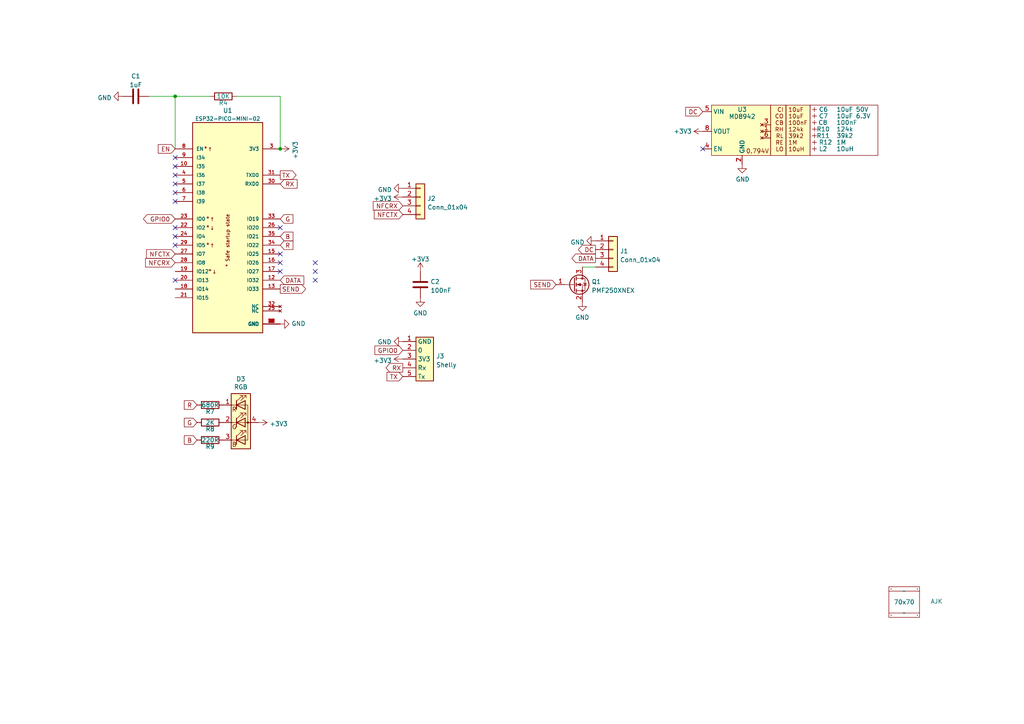
<source format=kicad_sch>
(kicad_sch (version 20230121) (generator eeschema)
  (paper "A4")
  (title_block (title "M-125 control") (date "${DATE}") (rev "1") (comment 1 "@TheRealRevK") (comment 2 "www.me.uk"))
  (lib_symbols
    (symbol "Connector_Generic:Conn_01x04" (pin_names (offset 1.016) hide)
      (property "Reference" "J" (at 0 5.08 0))
      (property "Value" "Conn_01x04" (at 0 -7.62 0))
      (symbol "Conn_01x04_1_1"
        (rectangle (start -1.27 -4.953) (end 0 -5.207) (stroke (width 0.1524)))
        (rectangle (start -1.27 -2.413) (end 0 -2.667) (stroke (width 0.1524)))
        (rectangle (start -1.27 0.127) (end 0 -0.127) (stroke (width 0.1524)))
        (rectangle (start -1.27 2.667) (end 0 2.413) (stroke (width 0.1524)))
        (rectangle (start -1.27 3.81) (end 1.27 -6.35) (stroke (width 0.254)) (fill (type background)))
        (pin passive line (at -5.08 2.54 0) (length 3.81) (name "Pin_1") (number "1"))
        (pin passive line (at -5.08 0 0) (length 3.81) (name "Pin_2") (number "2"))
        (pin passive line (at -5.08 -2.54 0) (length 3.81) (name "Pin_3") (number "3"))
        (pin passive line (at -5.08 -5.08 0) (length 3.81) (name "Pin_4") (number "4"))
      )
    )
    (symbol "Device:C" (pin_numbers hide) (pin_names (offset 0.254))
      (property "Reference" "C" (at 0.635 2.54 0))
      (property "Value" "C" (at 0.635 -2.54 0))
      (symbol "C_0_1"
        (polyline (pts (xy -2.032 -0.762) (xy 2.032 -0.762)) (stroke (width 0.508)))
        (polyline (pts (xy -2.032 0.762) (xy 2.032 0.762)) (stroke (width 0.508)))
      )
      (symbol "C_1_1"
        (pin passive line (at 0 3.81 270) (length 2.794) (name "~") (number "1"))
        (pin passive line (at 0 -3.81 90) (length 2.794) (name "~") (number "2"))
      )
    )
    (symbol "Device:LED_RGBA" (pin_names (offset 0) hide)
      (property "Reference" "D" (at 0 9.398 0))
      (property "Value" "LED_RGBA" (at 0 -8.89 0))
      (symbol "LED_RGBA_0_0"
        (text "B" (at -1.905 -6.35 0) (effects (font (size 1.27 1.27))))
        (text "G" (at -1.905 -1.27 0) (effects (font (size 1.27 1.27))))
        (text "R" (at -1.905 3.81 0) (effects (font (size 1.27 1.27))))
      )
      (symbol "LED_RGBA_0_1"
        (polyline (pts (xy -1.27 -5.08) (xy -2.54 -5.08)))
        (polyline (pts (xy -1.27 -5.08) (xy 1.27 -5.08)))
        (polyline (pts (xy -1.27 -3.81) (xy -1.27 -6.35)) (stroke (width 0.254)))
        (polyline (pts (xy -1.27 0) (xy -2.54 0)))
        (polyline (pts (xy -1.27 1.27) (xy -1.27 -1.27)) (stroke (width 0.254)))
        (polyline (pts (xy -1.27 5.08) (xy -2.54 5.08)))
        (polyline (pts (xy -1.27 5.08) (xy 1.27 5.08)))
        (polyline (pts (xy -1.27 6.35) (xy -1.27 3.81)) (stroke (width 0.254)))
        (polyline (pts (xy 1.27 0) (xy -1.27 0)))
        (polyline (pts (xy 1.27 0) (xy 2.54 0)))
        (polyline (pts (xy -1.27 1.27) (xy -1.27 -1.27) (xy -1.27 -1.27)))
        (polyline (pts (xy -1.27 6.35) (xy -1.27 3.81) (xy -1.27 3.81)))
        (polyline (pts (xy 1.27 -5.08) (xy 2.032 -5.08) (xy 2.032 5.08) (xy 1.27 5.08)))
        (polyline (pts (xy 1.27 -3.81) (xy 1.27 -6.35) (xy -1.27 -5.08) (xy 1.27 -3.81)) (stroke (width 0.254)))
        (polyline (pts (xy 1.27 1.27) (xy 1.27 -1.27) (xy -1.27 0) (xy 1.27 1.27)) (stroke (width 0.254)))
        (polyline (pts (xy 1.27 6.35) (xy 1.27 3.81) (xy -1.27 5.08) (xy 1.27 6.35)) (stroke (width 0.254)))
        (polyline (pts (xy -1.016 -3.81) (xy 0.508 -2.286) (xy -0.254 -2.286) (xy 0.508 -2.286) (xy 0.508 -3.048)))
        (polyline (pts (xy -1.016 1.27) (xy 0.508 2.794) (xy -0.254 2.794) (xy 0.508 2.794) (xy 0.508 2.032)))
        (polyline (pts (xy -1.016 6.35) (xy 0.508 7.874) (xy -0.254 7.874) (xy 0.508 7.874) (xy 0.508 7.112)))
        (polyline (pts (xy 0 -3.81) (xy 1.524 -2.286) (xy 0.762 -2.286) (xy 1.524 -2.286) (xy 1.524 -3.048)))
        (polyline (pts (xy 0 1.27) (xy 1.524 2.794) (xy 0.762 2.794) (xy 1.524 2.794) (xy 1.524 2.032)))
        (polyline (pts (xy 0 6.35) (xy 1.524 7.874) (xy 0.762 7.874) (xy 1.524 7.874) (xy 1.524 7.112)))
        (rectangle (start 1.27 -1.27) (end 1.27 1.27))
        (rectangle (start 1.27 1.27) (end 1.27 1.27))
        (rectangle (start 1.27 3.81) (end 1.27 6.35))
        (rectangle (start 1.27 6.35) (end 1.27 6.35))
        (circle (center 2.032 0) (radius 0.254) (fill (type outline)))
        (rectangle (start 2.794 8.382) (end -2.794 -7.62) (stroke (width 0.254)) (fill (type background)))
      )
      (symbol "LED_RGBA_1_1"
        (pin passive line (at -5.08 5.08 0) (length 2.54) (name "RK") (number "1"))
        (pin passive line (at -5.08 0 0) (length 2.54) (name "GK") (number "2"))
        (pin passive line (at -5.08 -5.08 0) (length 2.54) (name "BK") (number "3"))
        (pin passive line (at 5.08 0 180) (length 2.54) (name "A") (number "4"))
      )
    )
    (symbol "Device:R" (pin_numbers hide) (pin_names (offset 0))
      (property "Reference" "R" (at 2.032 0 90))
      (property "Value" "R" (at 0 0 90))
      (symbol "R_0_1"
        (rectangle (start -1.016 -2.54) (end 1.016 2.54) (stroke (width 0.254)))
      )
      (symbol "R_1_1"
        (pin passive line (at 0 3.81 270) (length 1.27) (name "~") (number "1"))
        (pin passive line (at 0 -3.81 90) (length 1.27) (name "~") (number "2"))
      )
    )
    (symbol "RevK:AJK" (pin_names (offset 1.016)) (in_bom no)
      (property "Value" "AJK" (at 0 0 0))
    )
    (symbol "RevK:ESP32-PICO-MINI-02" (pin_names (offset 1.016))
      (property "Reference" "U" (at -10.16 -33.02 0))
      (property "Value" "ESP32-PICO-MINI-02" (at 0 27.94 0))
      (symbol "ESP32-PICO-MINI-02_0_0"
        (rectangle (start -10.16 -30.48) (end 10.16 30.48) (stroke (width 0.254)) (fill (type background)))
        (text "* Safe startup state" (at 0 -11.43 900) (effects (font (size 1 1)) (justify left)))
        (text "*↑" (at -6.985 22.86 0) (effects (font (size 1.27 1.27)) (justify left)))
        (text "*↑" (at -6.35 -5.08 0) (effects (font (size 1.27 1.27)) (justify left)))
        (text "*↑" (at -6.35 2.54 0) (effects (font (size 1.27 1.27)) (justify left)))
        (text "*↓" (at -6.35 0 0) (effects (font (size 1.27 1.27)) (justify left)))
        (text "*↓" (at -5.715 -12.7 0) (effects (font (size 1.27 1.27)) (justify left)))
        (pin power_in line (at 15.24 -27.94 180) (length 5.08) (name "GND") (number "1"))
        (pin input line (at -15.24 17.78 0) (length 5.08) (name "I35") (number "10"))
        (pin power_in line (at 15.24 -27.94 180) (length 5.08) (name "GND") (number "11"))
        (pin bidirectional line (at 15.24 -15.24 180) (length 5.08) (name "IO32") (number "12"))
        (pin bidirectional line (at 15.24 -17.78 180) (length 5.08) (name "IO33") (number "13"))
        (pin power_in line (at 15.24 -27.94 180) (length 5.08) (name "GND") (number "14"))
        (pin bidirectional line (at 15.24 -7.62 180) (length 5.08) (name "IO25") (number "15"))
        (pin bidirectional line (at 15.24 -10.16 180) (length 5.08) (name "IO26") (number "16"))
        (pin bidirectional line (at 15.24 -12.7 180) (length 5.08) (name "IO27") (number "17"))
        (pin bidirectional line (at -15.24 -17.78 0) (length 5.08) (name "IO14") (number "18"))
        (pin bidirectional line (at -15.24 -12.7 0) (length 5.08) (name "IO12") (number "19"))
        (pin power_in line (at 15.24 -27.94 180) (length 5.08) (name "GND") (number "2"))
        (pin bidirectional line (at -15.24 -15.24 0) (length 5.08) (name "IO13") (number "20"))
        (pin bidirectional line (at -15.24 -20.32 0) (length 5.08) (name "IO15") (number "21"))
        (pin bidirectional line (at -15.24 0 0) (length 5.08) (name "IO2") (number "22"))
        (pin bidirectional line (at -15.24 2.54 0) (length 5.08) (name "IO0") (number "23"))
        (pin bidirectional line (at -15.24 -2.54 0) (length 5.08) (name "IO4") (number "24"))
        (pin no_connect line (at 15.24 -24.13 180) (length 5.08) (name "NC") (number "25"))
        (pin bidirectional line (at 15.24 0 180) (length 5.08) (name "IO20") (number "26"))
        (pin bidirectional line (at -15.24 -7.62 0) (length 5.08) (name "IO7") (number "27"))
        (pin bidirectional line (at -15.24 -10.16 0) (length 5.08) (name "IO8") (number "28"))
        (pin bidirectional line (at -15.24 -5.08 0) (length 5.08) (name "IO5") (number "29"))
        (pin power_in line (at 15.24 22.86 180) (length 5.08) (name "3V3") (number "3"))
        (pin bidirectional line (at 15.24 12.7 180) (length 5.08) (name "RXD0") (number "30"))
        (pin bidirectional line (at 15.24 15.24 180) (length 5.08) (name "TXD0") (number "31"))
        (pin no_connect line (at 15.24 -22.86 180) (length 5.08) (name "NC") (number "32"))
        (pin bidirectional line (at 15.24 2.54 180) (length 5.08) (name "IO19") (number "33"))
        (pin bidirectional line (at 15.24 -5.08 180) (length 5.08) (name "IO22") (number "34"))
        (pin bidirectional line (at 15.24 -2.54 180) (length 5.08) (name "IO21") (number "35"))
        (pin power_in line (at 15.24 -27.94 180) (length 5.08) (name "GND") (number "36"))
        (pin power_in line (at 15.24 -27.94 180) (length 5.08) (name "GND") (number "37"))
        (pin power_in line (at 15.24 -27.94 180) (length 5.08) (name "GND") (number "38"))
        (pin power_in line (at 15.24 -27.94 180) (length 5.08) (name "GND") (number "39"))
        (pin input line (at -15.24 15.24 0) (length 5.08) (name "I36") (number "4"))
        (pin power_in line (at 15.24 -27.94 180) (length 5.08) (name "GND") (number "40"))
        (pin power_in line (at 15.24 -27.94 180) (length 5.08) (name "GND") (number "41"))
        (pin power_in line (at 15.24 -27.94 180) (length 5.08) (name "GND") (number "42"))
        (pin power_in line (at 15.24 -27.94 180) (length 5.08) (name "GND") (number "43"))
        (pin power_in line (at 15.24 -27.94 180) (length 5.08) (name "GND") (number "44"))
        (pin power_in line (at 15.24 -27.94 180) (length 5.08) (name "GND") (number "45"))
        (pin power_in line (at 15.24 -27.94 180) (length 5.08) (name "GND") (number "46"))
        (pin power_in line (at 15.24 -27.94 180) (length 5.08) (name "GND") (number "47"))
        (pin power_in line (at 15.24 -27.94 180) (length 5.08) (name "GND") (number "48"))
        (pin power_in line (at 15.24 -27.94 180) (length 5.08) (name "GND") (number "49"))
        (pin input line (at -15.24 12.7 0) (length 5.08) (name "I37") (number "5"))
        (pin power_in line (at 15.24 -27.94 180) (length 5.08) (name "GND") (number "50"))
        (pin power_in line (at 15.24 -27.94 180) (length 5.08) (name "GND") (number "51"))
        (pin power_in line (at 15.24 -27.94 180) (length 5.08) (name "GND") (number "52"))
        (pin power_in line (at 15.24 -27.94 180) (length 5.08) (name "GND") (number "53"))
        (pin input line (at -15.24 10.16 0) (length 5.08) (name "I38") (number "6"))
        (pin input line (at -15.24 7.62 0) (length 5.08) (name "I39") (number "7"))
        (pin input line (at -15.24 22.86 0) (length 5.08) (name "EN") (number "8"))
        (pin input line (at -15.24 20.32 0) (length 5.08) (name "I34") (number "9"))
      )
    )
    (symbol "RevK:Hidden" (pin_names (offset 1.016))
      (property "Reference" "Z" (at 0.635 0 0))
      (property "Value" "Hidden" (at 4.445 0 0))
      (symbol "Hidden_0_1"
        (polyline (pts (xy -0.635 0) (xy 0.635 0)) (stroke (width 0.1524)))
        (polyline (pts (xy 0 0.635) (xy 0 -0.635)) (stroke (width 0.1524)))
      )
      (symbol "Hidden_1_1"
        (pin no_connect non_logic (at 0 -2.54 90) (length 2.54) hide (name "~") (number "~"))
      )
    )
    (symbol "RevK:MD89420-RegBlock"
      (property "Reference" "U" (at -0.635 4.445 0))
      (property "Value" "MD8942" (at 0 6.35 0))
      (symbol "MD89420-RegBlock_1_1"
        (rectangle (start -8.89 7.62) (end 8.255 -6.985) (fill (type background)))
        (rectangle (start 8.255 7.62) (end 12.7 -6.985) (fill (type background)))
        (rectangle (start 12.7 7.62) (end 19.685 -6.985) (fill (type background)))
        (rectangle (start 19.685 7.62) (end 39.37 -6.985))
        (text "0.794V" (at 4.445 -5.715 0) (effects (font (size 1.27 1.27))))
        (text "10uF\n10uF\n100nF\n124k\n39k2\n1M\n10uH" (at 13.335 6.985 0) (effects (font (size 1.185 1.185)) (justify left top)))
        (text "CI\nCO\nCB\nRH\nRL\nRE\nLO" (at 12.065 6.985 0) (effects (font (size 1.185 1.185)) (justify right top)))
        (pin no_connect line (at 5.715 0 0) (length 2.54) (name "") (number "1"))
        (pin power_in line (at 0 -9.525 90) (length 2.54) (name "GND") (number "2"))
        (pin no_connect line (at 5.715 1.905 0) (length 2.54) (name "") (number "3"))
        (pin input line (at -11.43 -5.08 0) (length 2.54) (name "EN") (number "4"))
        (pin power_in line (at -11.43 5.715 0) (length 2.54) (name "VIN") (number "5"))
        (pin no_connect line (at 5.715 -1.905 0) (length 2.54) (name "") (number "6"))
        (pin power_in line (at 0 -9.525 90) (length 2.54) (name "GND") (number "7"))
        (pin power_out line (at -11.43 0 0) (length 2.54) (name "VOUT") (number "8"))
      )
    )
    (symbol "RevK:NX7002AK" (pin_names (offset 0) hide)
      (property "Reference" "Q" (at 5.08 1.27 0))
      (property "Value" "NX7002AK" (at 5.08 -1.27 0))
      (symbol "NX7002AK_0_1"
        (polyline (pts (xy 0.254 0) (xy -2.54 0)))
        (polyline (pts (xy 0.254 1.905) (xy 0.254 -1.905)) (stroke (width 0.254)))
        (polyline (pts (xy 0.762 -1.27) (xy 0.762 -2.286)) (stroke (width 0.254)))
        (polyline (pts (xy 0.762 0.508) (xy 0.762 -0.508)) (stroke (width 0.254)))
        (polyline (pts (xy 0.762 2.286) (xy 0.762 1.27)) (stroke (width 0.254)))
        (polyline (pts (xy 2.54 2.54) (xy 2.54 1.778)))
        (polyline (pts (xy 2.54 -2.54) (xy 2.54 0) (xy 0.762 0)))
        (polyline (pts (xy 0.762 -1.778) (xy 3.302 -1.778) (xy 3.302 1.778) (xy 0.762 1.778)))
        (polyline (pts (xy 1.016 0) (xy 2.032 0.381) (xy 2.032 -0.381) (xy 1.016 0)) (fill (type outline)))
        (polyline (pts (xy 2.794 0.508) (xy 2.921 0.381) (xy 3.683 0.381) (xy 3.81 0.254)))
        (polyline (pts (xy 3.302 0.381) (xy 2.921 -0.254) (xy 3.683 -0.254) (xy 3.302 0.381)))
        (circle (center 1.651 0) (radius 2.794) (stroke (width 0.254)))
        (circle (center 2.54 -1.778) (radius 0.254) (fill (type outline)))
        (circle (center 2.54 1.778) (radius 0.254) (fill (type outline)))
      )
      (symbol "NX7002AK_1_1"
        (pin input line (at -5.08 0 0) (length 2.54) (name "G") (number "1"))
        (pin passive line (at 2.54 -5.08 90) (length 2.54) (name "S") (number "2"))
        (pin passive line (at 2.54 5.08 270) (length 2.54) (name "D") (number "3"))
      )
    )
    (symbol "RevK:PCB" (in_bom no)
      (property "Value" "70x70" (at 0 0 0))
      (symbol "PCB_0_1"
        (rectangle (start -4.445 4.445) (end 4.445 -4.445))
        (circle (center -3.81 -3.81) (radius 0.0001))
        (circle (center -3.81 3.81) (radius 0.0001))
        (circle (center 3.81 -3.81) (radius 0.0001))
        (circle (center 3.81 3.81) (radius 0.0001))
      )
    )
    (symbol "RevK:Shelly"
      (property "Reference" "J" (at 0 -8.89 0))
      (property "Value" "Shelly" (at 0 8.89 0))
      (symbol "Shelly_1_1"
        (rectangle (start -1.27 6.35) (end 3.81 -6.35) (stroke (width 0.254)) (fill (type background)))
        (pin power_in line (at -5.08 5.08 0) (length 3.81) (name "GND") (number "1"))
        (pin output line (at -5.08 2.54 0) (length 3.81) (name "0") (number "2"))
        (pin power_out line (at -5.08 0 0) (length 3.81) (name "3V3") (number "3"))
        (pin output line (at -5.08 -2.54 0) (length 3.81) (name "Rx") (number "4"))
        (pin input line (at -5.08 -5.08 0) (length 3.81) (name "Tx") (number "5"))
      )
    )
    (symbol "RevK:VCUT"
      (symbol "VCUT_0_1"
        (polyline (pts (xy -4.445 0) (xy 4.445 0)))
      )
    )
    (symbol "power:+3.3V" (power) (pin_names (offset 0))
      (property "Value" "+3.3V" (at 0 3.556 0))
      (symbol "+3.3V_0_1"
        (polyline (pts (xy -0.762 1.27) (xy 0 2.54)))
        (polyline (pts (xy 0 0) (xy 0 2.54)))
        (polyline (pts (xy 0 2.54) (xy 0.762 1.27)))
      )
      (symbol "+3.3V_1_1"
        (pin power_in line (at 0 0 90) (length 0) hide (name "+3V3") (number "1"))
      )
    )
    (symbol "power:GND" (power) (pin_names (offset 0))
      (property "Value" "GND" (at 0 -3.81 0))
      (symbol "GND_0_1"
        (polyline (pts (xy 0 0) (xy 0 -1.27) (xy 1.27 -1.27) (xy 0 -2.54) (xy -1.27 -1.27) (xy 0 -1.27)))
      )
      (symbol "GND_1_1"
        (pin power_in line (at 0 0 270) (length 0) hide (name "GND") (number "1"))
      )
    )
  )
  (junction (at 81.28 43.18))
  (junction (at 50.8 27.94))
  (no_connect (at 50.8 68.58))
  (no_connect (at 81.28 78.74))
  (no_connect (at 81.28 76.2))
  (no_connect (at 81.28 73.66))
  (no_connect (at 81.28 66.04))
  (no_connect (at 203.835 43.18))
  (no_connect (at 50.8 45.72))
  (no_connect (at 50.8 48.26))
  (no_connect (at 50.8 50.8))
  (no_connect (at 50.8 53.34))
  (no_connect (at 50.8 55.88))
  (no_connect (at 50.8 58.42))
  (no_connect (at 50.8 66.04))
  (no_connect (at 50.8 71.12))
  (no_connect (at 50.8 81.28))
  (no_connect (at 91.44 76.2))
  (no_connect (at 91.44 78.74))
  (no_connect (at 91.44 81.28))
  (wire (pts (xy 43.18 27.94) (xy 50.8 27.94)))
  (wire (pts (xy 50.8 43.18) (xy 50.8 27.94)))
  (wire (pts (xy 81.28 27.94) (xy 81.28 43.18)))
  (wire (pts (xy 50.8 27.94) (xy 60.96 27.94)))
  (wire (pts (xy 168.91 77.47) (xy 172.72 77.47)))
  (wire (pts (xy 68.58 27.94) (xy 81.28 27.94)))
  (global_label "DATA" (shape output) (at 172.72 74.93 180) (property "Intersheetrefs" "${INTERSHEET_REFS}" (effects hide)))
  (global_label "GPIO0" (shape input) (at 116.84 101.6 180) (property "Intersheetrefs" "${INTERSHEET_REFS}" (effects hide)))
  (global_label "DC" (shape output) (at 172.72 72.39 180) (property "Intersheetrefs" "${INTERSHEET_REFS}" (effects hide)))
  (global_label "NFCRX" (shape input) (at 50.8 76.2 180) (property "Intersheetrefs" "${INTERSHEET_REFS}" (effects hide)))
  (global_label "R" (shape input) (at 57.15 117.475 180) (property "Intersheetrefs" "${INTERSHEET_REFS}" (effects hide)))
  (global_label "G" (shape input) (at 81.28 63.5 0) (property "Intersheetrefs" "${INTERSHEET_REFS}" (effects hide)))
  (global_label "R" (shape input) (at 81.28 71.12 0) (property "Intersheetrefs" "${INTERSHEET_REFS}" (effects hide)))
  (global_label "DC" (shape input) (at 203.835 32.385 180) (property "Intersheetrefs" "${INTERSHEET_REFS}" (effects hide)))
  (global_label "EN" (shape input) (at 50.8 43.18 180) (property "Intersheetrefs" "${INTERSHEET_REFS}" (effects hide)))
  (global_label "RX" (shape input) (at 81.28 53.34 0) (property "Intersheetrefs" "${INTERSHEET_REFS}" (effects hide)))
  (global_label "G" (shape input) (at 57.15 122.555 180) (property "Intersheetrefs" "${INTERSHEET_REFS}" (effects hide)))
  (global_label "NFCTX" (shape input) (at 116.84 62.23 180) (property "Intersheetrefs" "${INTERSHEET_REFS}" (effects hide)))
  (global_label "GPIO0" (shape bidirectional) (at 50.8 63.5 180) (property "Intersheetrefs" "${INTERSHEET_REFS}" (effects hide)))
  (global_label "NFCRX" (shape input) (at 116.84 59.69 180) (property "Intersheetrefs" "${INTERSHEET_REFS}" (effects hide)))
  (global_label "SEND" (shape output) (at 81.28 83.82 0) (property "Intersheetrefs" "${INTERSHEET_REFS}" (effects hide)))
  (global_label "TX" (shape input) (at 116.84 109.22 180) (property "Intersheetrefs" "${INTERSHEET_REFS}" (effects hide)))
  (global_label "B" (shape input) (at 57.15 127.635 180) (property "Intersheetrefs" "${INTERSHEET_REFS}" (effects hide)))
  (global_label "DATA" (shape input) (at 81.28 81.28 0) (property "Intersheetrefs" "${INTERSHEET_REFS}" (effects hide)))
  (global_label "TX" (shape output) (at 81.28 50.8 0) (property "Intersheetrefs" "${INTERSHEET_REFS}" (effects hide)))
  (global_label "SEND" (shape input) (at 161.29 82.55 180) (property "Intersheetrefs" "${INTERSHEET_REFS}" (effects hide)))
  (global_label "NFCTX" (shape input) (at 50.8 73.66 180) (property "Intersheetrefs" "${INTERSHEET_REFS}" (effects hide)))
  (global_label "RX" (shape output) (at 116.84 106.68 180) (property "Intersheetrefs" "${INTERSHEET_REFS}" (effects hide)))
  (global_label "B" (shape input) (at 81.28 68.58 0) (property "Intersheetrefs" "${INTERSHEET_REFS}" (effects hide)))
  (symbol (lib_id "power:+3.3V") (at 81.28 43.18 270) (unit 1)
    (property "Reference" "#PWR03" (effects hide))
    (property "Value" "+3.3V" (at 85.6742 43.561 0))
  )
  (symbol (lib_id "power:GND") (at 81.28 93.98 90) (unit 1)
    (property "Reference" "#PWR04" (effects hide))
    (property "Value" "GND" (at 84.5312 93.853 90) (effects (justify right)))
  )
  (symbol (lib_id "RevK:MD89420-RegBlock") (at 215.265 38.1 0) (unit 1)
    (property "Reference" "U3" (at 215.265 31.75 0))
    (property "Value" "MD8942" (at 215.265 33.798 0))
    (property "Footprint" "RevK:SOT-23-6-MD8942" (effects hide))
    (property "Datasheet" "https://datasheet.lcsc.com/lcsc/2101111937_Shanghai-Mingda-Microelectronics-MD8942_C2684786.pdf" (effects hide))
    (property "LCSC Part #" "C2684786" (effects hide))
  )
  (symbol (lib_id "RevK:Shelly") (at 121.92 104.14 0) (unit 1)
    (property "Reference" "J3" (at 126.492 103.3053 0) (effects (justify left)))
    (property "Value" "Shelly" (at 126.492 105.8422 0) (effects (justify left)))
    (property "Footprint" "RevK:Shelly" (effects hide))
  )
  (symbol (lib_id "power:GND") (at 172.72 69.85 270) (unit 1)
    (property "Reference" "#PWR06" (effects hide))
    (property "Value" "GND" (at 169.5451 70.2838 90) (effects (justify right)))
  )
  (symbol (lib_id "RevK:Hidden") (at 236.22 41.275 0) (unit 1)
    (property "Reference" "R12" (at 237.49 41.275 0) (effects (justify left)))
    (property "Value" "1M" (at 242.57 41.275 0) (effects (justify left)))
    (property "Footprint" "RevK:R_0402_" (effects hide))
  )
  (symbol (lib_id "Device:R") (at 64.77 27.94 270) (unit 1)
    (property "Reference" "R4" (at 64.77 29.845 90))
    (property "Value" "10K" (at 64.77 27.94 90))
    (property "Footprint" "RevK:R_0402" (effects hide))
  )
  (symbol (lib_id "power:+3.3V") (at 203.835 38.1 90) (unit 1)
    (property "Reference" "#PWR016" (effects hide))
    (property "Value" "+3.3V" (at 200.66 38.1 90) (effects (justify left)))
  )
  (symbol (lib_id "Device:C") (at 121.92 82.55 0) (unit 1)
    (property "Reference" "C2" (at 124.841 81.7153 0) (effects (justify left)))
    (property "Value" "100nF" (at 124.841 84.2522 0) (effects (justify left)))
    (property "Footprint" "RevK:C_0402" (effects hide))
  )
  (symbol (lib_id "Connector_Generic:Conn_01x04") (at 177.8 72.39 0) (unit 1)
    (property "Reference" "J1" (at 179.832 72.8253 0) (effects (justify left)))
    (property "Value" "Conn_01x04" (at 179.832 75.3622 0) (effects (justify left)))
    (property "Footprint" "RevK:PTSM-HH-4-RA" (effects hide))
  )
  (symbol (lib_id "RevK:NX7002AK") (at 166.37 82.55 0) (unit 1)
    (property "Reference" "Q1" (at 171.577 81.7153 0) (effects (justify left)))
    (property "Value" "PMF250XNEX" (at 171.577 84.2522 0) (effects (justify left)))
    (property "Footprint" "Package_TO_SOT_SMD:SOT-323_SC-70" (effects hide))
    (property "Part No" "PMF250XNEX" (effects hide))
  )
  (symbol (lib_id "RevK:Hidden") (at 236.22 43.18 90) (unit 1)
    (property "Reference" "L2" (at 237.49 43.18 90) (effects (justify right)))
    (property "Value" "10uH" (at 242.57 43.18 90) (effects (justify right)))
    (property "Footprint" "RevK:L_4x4_" (effects hide))
  )
  (symbol (lib_id "Device:LED_RGBA") (at 69.85 122.555 0) (unit 1)
    (property "Reference" "D3" (at 69.85 109.9312 0))
    (property "Value" "RGB" (at 69.85 112.2426 0))
    (property "Footprint" "RevK:LED-RGB-1.6x1.6" (effects hide))
    (property "Manufacturer" "Kingbright" (effects hide))
    (property "Part No" "APTF1616LSEEZGKQBKC" (effects hide))
    (property "LCSC Part #" "C264508" (effects hide))
  )
  (symbol (lib_id "power:GND") (at 116.84 54.61 270) (unit 1)
    (property "Reference" "#PWR07" (effects hide))
    (property "Value" "GND" (at 113.6651 55.0438 90) (effects (justify right)))
  )
  (symbol (lib_id "power:GND") (at 215.265 47.625 0) (unit 1)
    (property "Reference" "#PWR017" (effects hide))
    (property "Value" "GND" (at 215.392 52.0192 0))
  )
  (symbol (lib_id "RevK:Hidden") (at 236.22 35.56 90) (unit 1)
    (property "Reference" "C8" (at 240.03 35.56 90) (effects (justify left)))
    (property "Value" "100nF" (at 242.57 35.56 90) (effects (justify right)))
    (property "Footprint" "RevK:C_0603_" (effects hide))
  )
  (symbol (lib_id "Device:R") (at 60.96 117.475 270) (unit 1)
    (property "Reference" "R7" (at 60.96 119.38 90))
    (property "Value" "680R" (at 60.96 117.475 90))
    (property "Footprint" "RevK:R_0402" (effects hide))
  )
  (symbol (lib_id "RevK:VCUT") (at 262.255 177.8 0) (unit 1) (in_bom no)
    (property "Reference" "V2" (effects hide))
    (property "Value" "~" (at 262.255 177.8 0))
    (property "Footprint" "RevK:VCUT70" (effects hide))
    (property "Sim.Enable" "0" (effects hide))
  )
  (symbol (lib_id "RevK:ESP32-PICO-MINI-02") (at 66.04 66.04 0) (unit 1)
    (property "Reference" "U1" (at 66.04 32.0498 0))
    (property "Value" "ESP32-PICO-MINI-02" (at 66.04 34.4339 0) (effects (font (size 1.1 1.1))))
    (property "Footprint" "RevK:ESP32-PICO-MINI-02" (effects hide))
    (property "MANUFACTURER" "Espressif" (effects hide))
    (property "MAXIMUM_PACKAGE_HEIGHT" "2.55mm" (effects hide))
    (property "PARTREV" "v1.0" (effects hide))
    (property "STANDARD" "Manufacturer Recommendations" (effects hide))
  )
  (symbol (lib_id "RevK:Hidden") (at 236.22 31.75 0) (unit 1)
    (property "Reference" "C6" (at 237.49 31.75 0) (effects (justify left)))
    (property "Value" "10uF 50V" (at 242.57 31.75 0) (effects (justify left)))
    (property "Footprint" "RevK:C_0603_" (effects hide))
    (property "LCSC Part #" "C1591" (effects hide))
  )
  (symbol (lib_id "power:GND") (at 168.91 87.63 0) (unit 1)
    (property "Reference" "#PWR05" (effects hide))
    (property "Value" "GND" (at 168.91 92.0734 0))
  )
  (symbol (lib_id "RevK:Hidden") (at 236.22 37.465 0) (unit 1)
    (property "Reference" "R10" (at 238.76 37.465 0))
    (property "Value" "124k" (at 242.57 37.465 0) (effects (justify left)))
    (property "Footprint" "RevK:R_0402_" (effects hide))
  )
  (symbol (lib_id "power:GND") (at 116.84 99.06 270) (unit 1)
    (property "Reference" "#PWR09" (effects hide))
    (property "Value" "GND" (at 113.5888 99.187 90) (effects (justify right)))
  )
  (symbol (lib_id "RevK:Hidden") (at 236.22 33.655 0) (unit 1)
    (property "Reference" "C7" (at 237.49 33.655 0) (effects (justify left)))
    (property "Value" "10uF 6.3V" (at 242.57 33.655 0) (effects (justify left)))
    (property "Footprint" "RevK:C_0603_" (effects hide))
    (property "LCSC Part #" "C1691" (effects hide))
  )
  (symbol (lib_id "power:+3.3V") (at 116.84 104.14 90) (unit 1)
    (property "Reference" "#PWR010" (effects hide))
    (property "Value" "+3.3V" (at 113.665 104.5738 90) (effects (justify left)))
  )
  (symbol (lib_id "Connector_Generic:Conn_01x04") (at 121.92 57.15 0) (unit 1)
    (property "Reference" "J2" (at 123.952 57.5853 0) (effects (justify left)))
    (property "Value" "Conn_01x04" (at 123.952 60.1222 0) (effects (justify left)))
    (property "Footprint" "RevK:PTSM-HH-4-RA" (effects hide))
  )
  (symbol (lib_id "power:+3.3V") (at 116.84 57.15 90) (unit 1)
    (property "Reference" "#PWR08" (effects hide))
    (property "Value" "+3.3V" (at 113.665 57.5838 90) (effects (justify left)))
  )
  (symbol (lib_id "RevK:Hidden") (at 236.22 39.37 270) (unit 1)
    (property "Reference" "R11" (at 238.76 39.37 90))
    (property "Value" "39k2" (at 242.57 39.37 90) (effects (justify left)))
    (property "Footprint" "RevK:R_0402_" (effects hide))
  )
  (symbol (lib_id "Device:C") (at 39.37 27.94 90) (unit 1)
    (property "Reference" "C1" (at 39.37 22.0812 90))
    (property "Value" "1uF" (at 39.37 24.6181 90))
    (property "Footprint" "RevK:C_0402" (effects hide))
  )
  (symbol (lib_id "RevK:PCB") (at 262.255 174.625 0) (unit 1) (in_bom no)
    (property "Reference" "PCB1" (effects hide))
    (property "Value" "70x70" (at 262.255 174.625 0))
    (property "Footprint" "RevK:PCB7070" (effects hide))
  )
  (symbol (lib_id "power:+3.3V") (at 121.92 78.74 0) (unit 1)
    (property "Reference" "#PWR011" (effects hide))
    (property "Value" "+3.3V" (at 121.92 75.1642 0))
  )
  (symbol (lib_id "RevK:AJK") (at 269.24 173.99 0) (unit 1) (in_bom no)
    (property "Reference" "Logo1" (effects hide))
    (property "Value" "AJK" (at 269.875 174.4238 0) (effects (justify left)))
    (property "Footprint" "RevK:AJK" (effects hide))
    (property "Note" "Non part, PCB printed" (effects hide))
  )
  (symbol (lib_id "power:GND") (at 35.56 27.94 270) (unit 1)
    (property "Reference" "#PWR01" (effects hide))
    (property "Value" "GND" (at 32.3851 28.3738 90) (effects (justify right)))
  )
  (symbol (lib_id "RevK:VCUT") (at 262.255 171.45 0) (unit 1) (in_bom no)
    (property "Reference" "V1" (effects hide))
    (property "Value" "~" (at 262.255 171.45 0))
    (property "Footprint" "RevK:VCUT70" (effects hide))
    (property "Sim.Enable" "0" (effects hide))
  )
  (symbol (lib_id "Device:R") (at 60.96 127.635 270) (unit 1)
    (property "Reference" "R9" (at 60.96 129.54 90))
    (property "Value" "220R" (at 60.96 127.635 90))
    (property "Footprint" "RevK:R_0402" (effects hide))
  )
  (symbol (lib_id "power:GND") (at 121.92 86.36 0) (unit 1)
    (property "Reference" "#PWR012" (effects hide))
    (property "Value" "GND" (at 121.92 90.8034 0))
  )
  (symbol (lib_id "power:+3.3V") (at 74.93 122.555 270) (unit 1)
    (property "Reference" "#PWR018" (effects hide))
    (property "Value" "+3.3V" (at 78.1812 122.936 90) (effects (justify left)))
  )
  (symbol (lib_id "Device:R") (at 60.96 122.555 270) (unit 1)
    (property "Reference" "R8" (at 60.96 124.46 90))
    (property "Value" "2K" (at 60.96 122.555 90))
    (property "Footprint" "RevK:R_0402" (effects hide))
  )
)
</source>
